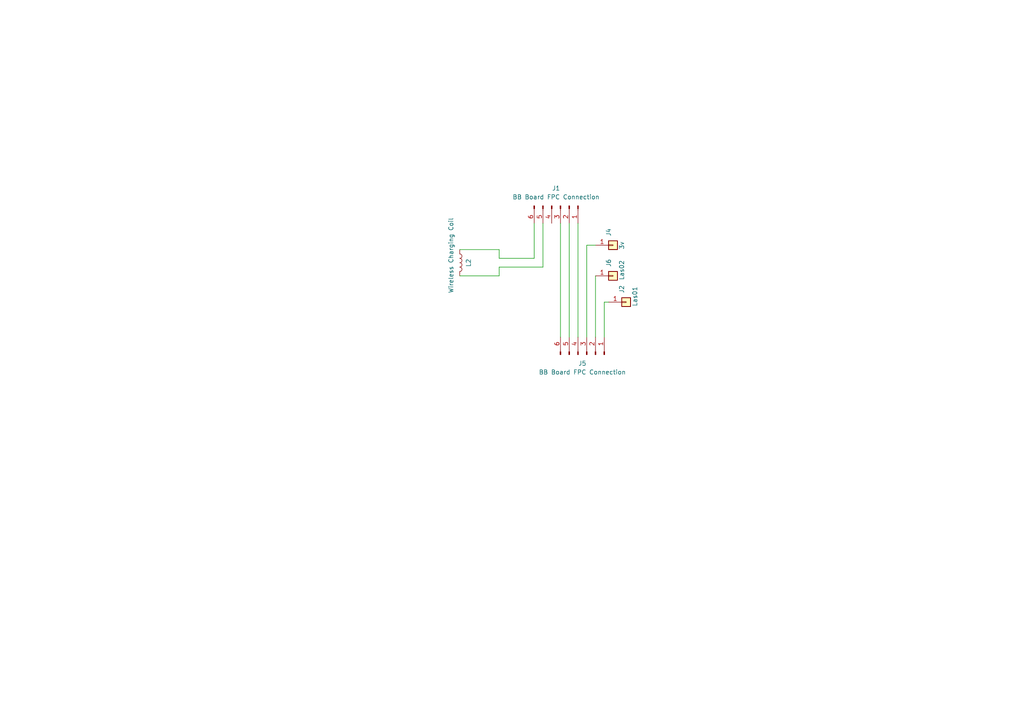
<source format=kicad_sch>
(kicad_sch (version 20231120) (generator "eeschema") (generator_version "8.0")
  (paper "A4")
  (lib_symbols
    (symbol "Connector:Conn_01x06_Pin" (pin_names (offset 1.016) hide)
      (property "Reference" "J" (at 0 7.62 0))
      (property "Value" "Conn_01x06_Pin" (at 0 -10.16 0))
      (symbol "Conn_01x06_Pin_1_1"
        (polyline (pts (xy 1.27 -7.62) (xy 0.8636 -7.62)) (stroke (width 0.1524)))
        (polyline (pts (xy 1.27 -5.08) (xy 0.8636 -5.08)) (stroke (width 0.1524)))
        (polyline (pts (xy 1.27 -2.54) (xy 0.8636 -2.54)) (stroke (width 0.1524)))
        (polyline (pts (xy 1.27 0) (xy 0.8636 0)) (stroke (width 0.1524)))
        (polyline (pts (xy 1.27 2.54) (xy 0.8636 2.54)) (stroke (width 0.1524)))
        (polyline (pts (xy 1.27 5.08) (xy 0.8636 5.08)) (stroke (width 0.1524)))
        (rectangle (start 0.8636 -7.493) (end 0 -7.747) (stroke (width 0.1524)) (fill (type outline)))
        (rectangle (start 0.8636 -4.953) (end 0 -5.207) (stroke (width 0.1524)) (fill (type outline)))
        (rectangle (start 0.8636 -2.413) (end 0 -2.667) (stroke (width 0.1524)) (fill (type outline)))
        (rectangle (start 0.8636 0.127) (end 0 -0.127) (stroke (width 0.1524)) (fill (type outline)))
        (rectangle (start 0.8636 2.667) (end 0 2.413) (stroke (width 0.1524)) (fill (type outline)))
        (rectangle (start 0.8636 5.207) (end 0 4.953) (stroke (width 0.1524)) (fill (type outline)))
        (pin passive line (at 5.08 5.08 180) (length 3.81) (name "Pin_1") (number "1"))
        (pin passive line (at 5.08 2.54 180) (length 3.81) (name "Pin_2") (number "2"))
        (pin passive line (at 5.08 0 180) (length 3.81) (name "Pin_3") (number "3"))
        (pin passive line (at 5.08 -2.54 180) (length 3.81) (name "Pin_4") (number "4"))
        (pin passive line (at 5.08 -5.08 180) (length 3.81) (name "Pin_5") (number "5"))
        (pin passive line (at 5.08 -7.62 180) (length 3.81) (name "Pin_6") (number "6"))
      )
    )
    (symbol "Connector_Generic:Conn_01x01" (pin_names (offset 1.016) hide)
      (property "Reference" "J" (at 0 2.54 0))
      (property "Value" "Conn_01x01" (at 0 -2.54 0))
      (symbol "Conn_01x01_1_1"
        (rectangle (start -1.27 0.127) (end 0 -0.127) (stroke (width 0.1524)))
        (rectangle (start -1.27 1.27) (end 1.27 -1.27) (stroke (width 0.254)) (fill (type background)))
        (pin passive line (at -5.08 0 0) (length 3.81) (name "Pin_1") (number "1"))
      )
    )
    (symbol "Device:L" (pin_numbers hide) (pin_names (offset 1.016) hide)
      (property "Reference" "L" (at -1.27 0 90))
      (property "Value" "L" (at 1.905 0 90))
      (symbol "L_0_1"
        (arc (start 0 -2.54) (mid 0.6323 -1.905) (end 0 -1.27))
        (arc (start 0 -1.27) (mid 0.6323 -0.635) (end 0 0))
        (arc (start 0 0) (mid 0.6323 0.635) (end 0 1.27))
        (arc (start 0 1.27) (mid 0.6323 1.905) (end 0 2.54))
      )
      (symbol "L_1_1"
        (pin passive line (at 0 3.81 270) (length 1.27) (name "1") (number "1"))
        (pin passive line (at 0 -3.81 90) (length 1.27) (name "2") (number "2"))
      )
    )
  )
  (wire (pts (xy 172.72 80.01) (xy 172.72 97.79)))
  (wire (pts (xy 170.18 71.12) (xy 172.72 71.12)))
  (wire (pts (xy 175.26 87.63) (xy 176.53 87.63)))
  (wire (pts (xy 144.78 74.93) (xy 144.78 72.39)))
  (wire (pts (xy 175.26 97.79) (xy 175.26 87.63)))
  (wire (pts (xy 167.64 64.77) (xy 167.64 97.79)))
  (wire (pts (xy 144.78 74.93) (xy 154.94 74.93)))
  (wire (pts (xy 144.78 80.01) (xy 133.35 80.01)))
  (wire (pts (xy 157.48 77.47) (xy 157.48 64.77)))
  (wire (pts (xy 144.78 72.39) (xy 133.35 72.39)))
  (wire (pts (xy 154.94 74.93) (xy 154.94 64.77)))
  (wire (pts (xy 144.78 77.47) (xy 157.48 77.47)))
  (wire (pts (xy 144.78 77.47) (xy 144.78 80.01)))
  (wire (pts (xy 170.18 97.79) (xy 170.18 71.12)))
  (wire (pts (xy 162.56 64.77) (xy 162.56 97.79)))
  (wire (pts (xy 165.1 64.77) (xy 165.1 97.79)))
  (symbol (lib_id "Connector_Generic:Conn_01x01") (at 177.8 80.01 0) (unit 1)
    (property "Reference" "J6" (at 176.53 77.47 90) (effects (justify left)))
    (property "Value" "Las02" (at 180.34 81.28 90) (effects (justify left)))
    (property "Footprint" "TouchProbeLibrary2:2.54mm Flex PCB Solder Hole" (effects (hide yes)))
  )
  (symbol (lib_id "Connector_Generic:Conn_01x01") (at 177.8 71.12 0) (unit 1)
    (property "Reference" "J4" (at 176.53 68.58 90) (effects (justify left)))
    (property "Value" "3v" (at 180.34 72.39 90) (effects (justify left)))
    (property "Footprint" "TouchProbeLibrary2:2.54mm Flex PCB Solder Hole" (effects (hide yes)))
  )
  (symbol (lib_id "Connector_Generic:Conn_01x01") (at 181.61 87.63 0) (unit 1)
    (property "Reference" "J2" (at 180.34 85.09 90) (effects (justify left)))
    (property "Value" "Las01" (at 184.15 88.9 90) (effects (justify left)))
    (property "Footprint" "TouchProbeLibrary2:2.54mm Flex PCB Solder Hole" (effects (hide yes)))
  )
  (symbol (lib_id "Connector:Conn_01x06_Pin") (at 170.18 102.87 270) (mirror x) (unit 1)
    (property "Reference" "J5" (at 168.91 105.41 90))
    (property "Value" "BB Board FPC Connection" (at 168.91 107.95 90))
    (property "Footprint" "TouchProbeLibrary2:FPC Cable End For JUSHUO AFH34 JLCPCP C5139821" (effects (hide yes)))
  )
  (symbol (lib_id "Device:L") (at 133.35 76.2 0) (unit 1)
    (property "Reference" "L2" (at 135.89 77.47 90) (effects (justify left)))
    (property "Value" "Wireless Charging Coil" (at 130.81 85.09 90) (effects (justify left)))
    (property "Footprint" "TouchProbeLibrary2:COIL_GENERATOR_1" (effects (hide yes)))
  )
  (symbol (lib_id "Connector:Conn_01x06_Pin") (at 162.56 59.69 270) (unit 1)
    (property "Reference" "J1" (at 161.29 54.61 90))
    (property "Value" "BB Board FPC Connection" (at 161.29 57.15 90))
    (property "Footprint" "TouchProbeLibrary2:FPC Cable End For JUSHUO AFH34 JLCPCP C5139821" (effects (hide yes)))
  )
)
</source>
